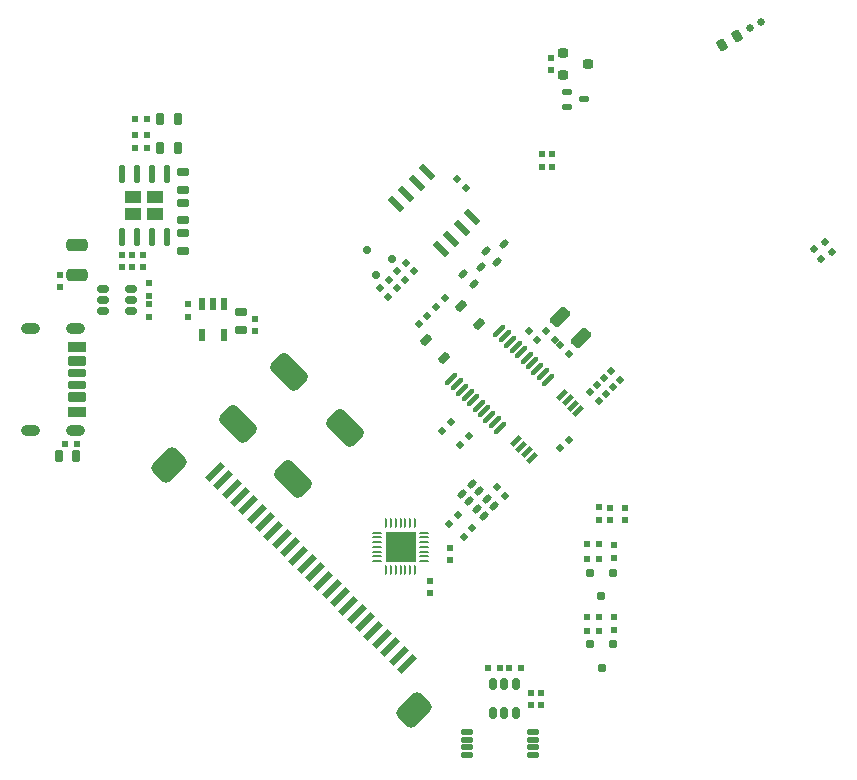
<source format=gtp>
G04*
G04 #@! TF.GenerationSoftware,Altium Limited,CircuitStudio,1.5.2 (30)*
G04*
G04 Layer_Color=7318015*
%FSLAX25Y25*%
%MOIN*%
G70*
G01*
G75*
%ADD68C,0.03543*%
%ADD69R,0.05709X0.03937*%
G04:AMPARAMS|DCode=70|XSize=40.95mil|YSize=17.32mil|CornerRadius=4.23mil|HoleSize=0mil|Usage=FLASHONLY|Rotation=0.000|XOffset=0mil|YOffset=0mil|HoleType=Round|Shape=RoundedRectangle|*
%AMROUNDEDRECTD70*
21,1,0.04095,0.00886,0,0,0.0*
21,1,0.03248,0.01732,0,0,0.0*
1,1,0.00846,0.01624,-0.00443*
1,1,0.00846,-0.01624,-0.00443*
1,1,0.00846,-0.01624,0.00443*
1,1,0.00846,0.01624,0.00443*
%
%ADD70ROUNDEDRECTD70*%
G04:AMPARAMS|DCode=71|XSize=40.95mil|YSize=17.32mil|CornerRadius=4.23mil|HoleSize=0mil|Usage=FLASHONLY|Rotation=225.000|XOffset=0mil|YOffset=0mil|HoleType=Round|Shape=RoundedRectangle|*
%AMROUNDEDRECTD71*
21,1,0.04095,0.00886,0,0,225.0*
21,1,0.03248,0.01732,0,0,225.0*
1,1,0.00846,-0.01462,-0.00835*
1,1,0.00846,0.00835,0.01462*
1,1,0.00846,0.01462,0.00835*
1,1,0.00846,-0.00835,-0.01462*
%
%ADD71ROUNDEDRECTD71*%
G04:AMPARAMS|DCode=72|XSize=42.91mil|YSize=23.23mil|CornerRadius=5.71mil|HoleSize=0mil|Usage=FLASHONLY|Rotation=270.000|XOffset=0mil|YOffset=0mil|HoleType=Round|Shape=RoundedRectangle|*
%AMROUNDEDRECTD72*
21,1,0.04291,0.01181,0,0,270.0*
21,1,0.03150,0.02323,0,0,270.0*
1,1,0.01142,-0.00591,-0.01575*
1,1,0.01142,-0.00591,0.01575*
1,1,0.01142,0.00591,0.01575*
1,1,0.01142,0.00591,-0.01575*
%
%ADD72ROUNDEDRECTD72*%
G04:AMPARAMS|DCode=73|XSize=38.98mil|YSize=27.17mil|CornerRadius=6.69mil|HoleSize=0mil|Usage=FLASHONLY|Rotation=90.000|XOffset=0mil|YOffset=0mil|HoleType=Round|Shape=RoundedRectangle|*
%AMROUNDEDRECTD73*
21,1,0.03898,0.01378,0,0,90.0*
21,1,0.02559,0.02717,0,0,90.0*
1,1,0.01339,0.00689,0.01280*
1,1,0.01339,0.00689,-0.01280*
1,1,0.01339,-0.00689,-0.01280*
1,1,0.01339,-0.00689,0.01280*
%
%ADD73ROUNDEDRECTD73*%
G04:AMPARAMS|DCode=74|XSize=38.98mil|YSize=27.17mil|CornerRadius=6.69mil|HoleSize=0mil|Usage=FLASHONLY|Rotation=0.000|XOffset=0mil|YOffset=0mil|HoleType=Round|Shape=RoundedRectangle|*
%AMROUNDEDRECTD74*
21,1,0.03898,0.01378,0,0,0.0*
21,1,0.02559,0.02717,0,0,0.0*
1,1,0.01339,0.01280,-0.00689*
1,1,0.01339,-0.01280,-0.00689*
1,1,0.01339,-0.01280,0.00689*
1,1,0.01339,0.01280,0.00689*
%
%ADD74ROUNDEDRECTD74*%
G04:AMPARAMS|DCode=75|XSize=60.63mil|YSize=23.23mil|CornerRadius=5.71mil|HoleSize=0mil|Usage=FLASHONLY|Rotation=90.000|XOffset=0mil|YOffset=0mil|HoleType=Round|Shape=RoundedRectangle|*
%AMROUNDEDRECTD75*
21,1,0.06063,0.01181,0,0,90.0*
21,1,0.04921,0.02323,0,0,90.0*
1,1,0.01142,0.00591,0.02461*
1,1,0.01142,0.00591,-0.02461*
1,1,0.01142,-0.00591,-0.02461*
1,1,0.01142,-0.00591,0.02461*
%
%ADD75ROUNDEDRECTD75*%
G04:AMPARAMS|DCode=76|XSize=82.28mil|YSize=109.84mil|CornerRadius=20.47mil|HoleSize=0mil|Usage=FLASHONLY|Rotation=315.000|XOffset=0mil|YOffset=0mil|HoleType=Round|Shape=RoundedRectangle|*
%AMROUNDEDRECTD76*
21,1,0.08228,0.06890,0,0,315.0*
21,1,0.04134,0.10984,0,0,315.0*
1,1,0.04095,-0.00974,-0.03897*
1,1,0.04095,-0.03897,-0.00974*
1,1,0.04095,0.00974,0.03897*
1,1,0.04095,0.03897,0.00974*
%
%ADD76ROUNDEDRECTD76*%
G04:AMPARAMS|DCode=77|XSize=23.23mil|YSize=74.41mil|CornerRadius=5.71mil|HoleSize=0mil|Usage=FLASHONLY|Rotation=135.000|XOffset=0mil|YOffset=0mil|HoleType=Round|Shape=RoundedRectangle|*
%AMROUNDEDRECTD77*
21,1,0.02323,0.06299,0,0,135.0*
21,1,0.01181,0.07441,0,0,135.0*
1,1,0.01142,0.01810,0.02645*
1,1,0.01142,0.02645,0.01810*
1,1,0.01142,-0.01810,-0.02645*
1,1,0.01142,-0.02645,-0.01810*
%
%ADD77ROUNDEDRECTD77*%
G04:AMPARAMS|DCode=78|XSize=23.23mil|YSize=23.23mil|CornerRadius=5.71mil|HoleSize=0mil|Usage=FLASHONLY|Rotation=90.000|XOffset=0mil|YOffset=0mil|HoleType=Round|Shape=RoundedRectangle|*
%AMROUNDEDRECTD78*
21,1,0.02323,0.01181,0,0,90.0*
21,1,0.01181,0.02323,0,0,90.0*
1,1,0.01142,0.00591,0.00591*
1,1,0.01142,0.00591,-0.00591*
1,1,0.01142,-0.00591,-0.00591*
1,1,0.01142,-0.00591,0.00591*
%
%ADD78ROUNDEDRECTD78*%
G04:AMPARAMS|DCode=79|XSize=78.35mil|YSize=124.41mil|CornerRadius=19.49mil|HoleSize=0mil|Usage=FLASHONLY|Rotation=225.000|XOffset=0mil|YOffset=0mil|HoleType=Round|Shape=RoundedRectangle|*
%AMROUNDEDRECTD79*
21,1,0.07835,0.08543,0,0,225.0*
21,1,0.03937,0.12441,0,0,225.0*
1,1,0.03898,-0.04413,0.01629*
1,1,0.03898,-0.01629,0.04413*
1,1,0.03898,0.04413,-0.01629*
1,1,0.03898,0.01629,-0.04413*
%
%ADD79ROUNDEDRECTD79*%
G04:AMPARAMS|DCode=80|XSize=23.23mil|YSize=23.23mil|CornerRadius=5.71mil|HoleSize=0mil|Usage=FLASHONLY|Rotation=135.000|XOffset=0mil|YOffset=0mil|HoleType=Round|Shape=RoundedRectangle|*
%AMROUNDEDRECTD80*
21,1,0.02323,0.01181,0,0,135.0*
21,1,0.01181,0.02323,0,0,135.0*
1,1,0.01142,0.00000,0.00835*
1,1,0.01142,0.00835,0.00000*
1,1,0.01142,0.00000,-0.00835*
1,1,0.01142,-0.00835,0.00000*
%
%ADD80ROUNDEDRECTD80*%
G04:AMPARAMS|DCode=81|XSize=38.98mil|YSize=70.47mil|CornerRadius=9.65mil|HoleSize=0mil|Usage=FLASHONLY|Rotation=135.000|XOffset=0mil|YOffset=0mil|HoleType=Round|Shape=RoundedRectangle|*
%AMROUNDEDRECTD81*
21,1,0.03898,0.05118,0,0,135.0*
21,1,0.01969,0.07047,0,0,135.0*
1,1,0.01929,0.01114,0.02506*
1,1,0.01929,0.02506,0.01114*
1,1,0.01929,-0.01114,-0.02506*
1,1,0.01929,-0.02506,-0.01114*
%
%ADD81ROUNDEDRECTD81*%
G04:AMPARAMS|DCode=82|XSize=23.23mil|YSize=23.23mil|CornerRadius=5.71mil|HoleSize=0mil|Usage=FLASHONLY|Rotation=45.000|XOffset=0mil|YOffset=0mil|HoleType=Round|Shape=RoundedRectangle|*
%AMROUNDEDRECTD82*
21,1,0.02323,0.01181,0,0,45.0*
21,1,0.01181,0.02323,0,0,45.0*
1,1,0.01142,0.00835,0.00000*
1,1,0.01142,0.00000,-0.00835*
1,1,0.01142,-0.00835,0.00000*
1,1,0.01142,0.00000,0.00835*
%
%ADD82ROUNDEDRECTD82*%
G04:AMPARAMS|DCode=83|XSize=40.95mil|YSize=25.2mil|CornerRadius=6.2mil|HoleSize=0mil|Usage=FLASHONLY|Rotation=45.000|XOffset=0mil|YOffset=0mil|HoleType=Round|Shape=RoundedRectangle|*
%AMROUNDEDRECTD83*
21,1,0.04095,0.01280,0,0,45.0*
21,1,0.02854,0.02520,0,0,45.0*
1,1,0.01240,0.01462,0.00557*
1,1,0.01240,-0.00557,-0.01462*
1,1,0.01240,-0.01462,-0.00557*
1,1,0.01240,0.00557,0.01462*
%
%ADD83ROUNDEDRECTD83*%
G04:AMPARAMS|DCode=84|XSize=52.76mil|YSize=15.35mil|CornerRadius=3.74mil|HoleSize=0mil|Usage=FLASHONLY|Rotation=225.000|XOffset=0mil|YOffset=0mil|HoleType=Round|Shape=RoundedRectangle|*
%AMROUNDEDRECTD84*
21,1,0.05276,0.00787,0,0,225.0*
21,1,0.04528,0.01535,0,0,225.0*
1,1,0.00748,-0.01879,-0.01322*
1,1,0.00748,0.01322,0.01879*
1,1,0.00748,0.01879,0.01322*
1,1,0.00748,-0.01322,-0.01879*
%
%ADD84ROUNDEDRECTD84*%
G04:AMPARAMS|DCode=85|XSize=32.28mil|YSize=20.08mil|CornerRadius=4.92mil|HoleSize=0mil|Usage=FLASHONLY|Rotation=0.000|XOffset=0mil|YOffset=0mil|HoleType=Round|Shape=RoundedRectangle|*
%AMROUNDEDRECTD85*
21,1,0.03228,0.01024,0,0,0.0*
21,1,0.02244,0.02008,0,0,0.0*
1,1,0.00984,0.01122,-0.00512*
1,1,0.00984,-0.01122,-0.00512*
1,1,0.00984,-0.01122,0.00512*
1,1,0.00984,0.01122,0.00512*
%
%ADD85ROUNDEDRECTD85*%
G04:AMPARAMS|DCode=86|XSize=29.13mil|YSize=38.98mil|CornerRadius=7.19mil|HoleSize=0mil|Usage=FLASHONLY|Rotation=30.000|XOffset=0mil|YOffset=0mil|HoleType=Round|Shape=RoundedRectangle|*
%AMROUNDEDRECTD86*
21,1,0.02913,0.02461,0,0,30.0*
21,1,0.01476,0.03898,0,0,30.0*
1,1,0.01437,0.01254,-0.00696*
1,1,0.01437,-0.00024,-0.01435*
1,1,0.01437,-0.01254,0.00696*
1,1,0.01437,0.00024,0.01435*
%
%ADD86ROUNDEDRECTD86*%
G04:AMPARAMS|DCode=87|XSize=23.23mil|YSize=23.23mil|CornerRadius=5.71mil|HoleSize=0mil|Usage=FLASHONLY|Rotation=210.000|XOffset=0mil|YOffset=0mil|HoleType=Round|Shape=RoundedRectangle|*
%AMROUNDEDRECTD87*
21,1,0.02323,0.01181,0,0,210.0*
21,1,0.01181,0.02323,0,0,210.0*
1,1,0.01142,-0.00807,0.00216*
1,1,0.01142,0.00216,0.00807*
1,1,0.01142,0.00807,-0.00216*
1,1,0.01142,-0.00216,-0.00807*
%
%ADD87ROUNDEDRECTD87*%
G04:AMPARAMS|DCode=88|XSize=23.23mil|YSize=23.23mil|CornerRadius=5.71mil|HoleSize=0mil|Usage=FLASHONLY|Rotation=180.000|XOffset=0mil|YOffset=0mil|HoleType=Round|Shape=RoundedRectangle|*
%AMROUNDEDRECTD88*
21,1,0.02323,0.01181,0,0,180.0*
21,1,0.01181,0.02323,0,0,180.0*
1,1,0.01142,-0.00591,0.00591*
1,1,0.01142,0.00591,0.00591*
1,1,0.01142,0.00591,-0.00591*
1,1,0.01142,-0.00591,-0.00591*
%
%ADD88ROUNDEDRECTD88*%
G04:AMPARAMS|DCode=89|XSize=35.04mil|YSize=31.1mil|CornerRadius=7.68mil|HoleSize=0mil|Usage=FLASHONLY|Rotation=0.000|XOffset=0mil|YOffset=0mil|HoleType=Round|Shape=RoundedRectangle|*
%AMROUNDEDRECTD89*
21,1,0.03504,0.01575,0,0,0.0*
21,1,0.01969,0.03110,0,0,0.0*
1,1,0.01535,0.00984,-0.00787*
1,1,0.01535,-0.00984,-0.00787*
1,1,0.01535,-0.00984,0.00787*
1,1,0.01535,0.00984,0.00787*
%
%ADD89ROUNDEDRECTD89*%
G04:AMPARAMS|DCode=90|XSize=23.23mil|YSize=23.23mil|CornerRadius=5.71mil|HoleSize=0mil|Usage=FLASHONLY|Rotation=305.500|XOffset=0mil|YOffset=0mil|HoleType=Round|Shape=RoundedRectangle|*
%AMROUNDEDRECTD90*
21,1,0.02323,0.01181,0,0,305.5*
21,1,0.01181,0.02323,0,0,305.5*
1,1,0.01142,-0.00138,-0.00824*
1,1,0.01142,-0.00824,0.00138*
1,1,0.01142,0.00138,0.00824*
1,1,0.01142,0.00824,-0.00138*
%
%ADD90ROUNDEDRECTD90*%
G04:AMPARAMS|DCode=91|XSize=27.17mil|YSize=27.17mil|CornerRadius=6.69mil|HoleSize=0mil|Usage=FLASHONLY|Rotation=270.000|XOffset=0mil|YOffset=0mil|HoleType=Round|Shape=RoundedRectangle|*
%AMROUNDEDRECTD91*
21,1,0.02717,0.01378,0,0,270.0*
21,1,0.01378,0.02717,0,0,270.0*
1,1,0.01339,-0.00689,-0.00689*
1,1,0.01339,-0.00689,0.00689*
1,1,0.01339,0.00689,0.00689*
1,1,0.01339,0.00689,-0.00689*
%
%ADD91ROUNDEDRECTD91*%
G04:AMPARAMS|DCode=92|XSize=31.1mil|YSize=19.29mil|CornerRadius=4.72mil|HoleSize=0mil|Usage=FLASHONLY|Rotation=225.000|XOffset=0mil|YOffset=0mil|HoleType=Round|Shape=RoundedRectangle|*
%AMROUNDEDRECTD92*
21,1,0.03110,0.00984,0,0,225.0*
21,1,0.02165,0.01929,0,0,225.0*
1,1,0.00945,-0.01114,-0.00418*
1,1,0.00945,0.00418,0.01114*
1,1,0.00945,0.01114,0.00418*
1,1,0.00945,-0.00418,-0.01114*
%
%ADD92ROUNDEDRECTD92*%
%ADD93C,0.00000*%
G04:AMPARAMS|DCode=94|XSize=27.17mil|YSize=27.17mil|CornerRadius=6.69mil|HoleSize=0mil|Usage=FLASHONLY|Rotation=135.000|XOffset=0mil|YOffset=0mil|HoleType=Round|Shape=RoundedRectangle|*
%AMROUNDEDRECTD94*
21,1,0.02717,0.01378,0,0,135.0*
21,1,0.01378,0.02717,0,0,135.0*
1,1,0.01339,0.00000,0.00974*
1,1,0.01339,0.00974,0.00000*
1,1,0.01339,0.00000,-0.00974*
1,1,0.01339,-0.00974,0.00000*
%
%ADD94ROUNDEDRECTD94*%
G04:AMPARAMS|DCode=95|XSize=32.28mil|YSize=20.08mil|CornerRadius=4.92mil|HoleSize=0mil|Usage=FLASHONLY|Rotation=45.000|XOffset=0mil|YOffset=0mil|HoleType=Round|Shape=RoundedRectangle|*
%AMROUNDEDRECTD95*
21,1,0.03228,0.01024,0,0,45.0*
21,1,0.02244,0.02008,0,0,45.0*
1,1,0.00984,0.01155,0.00432*
1,1,0.00984,-0.00432,-0.01155*
1,1,0.00984,-0.01155,-0.00432*
1,1,0.00984,0.00432,0.01155*
%
%ADD95ROUNDEDRECTD95*%
G04:AMPARAMS|DCode=96|XSize=29.13mil|YSize=38.98mil|CornerRadius=7.19mil|HoleSize=0mil|Usage=FLASHONLY|Rotation=180.000|XOffset=0mil|YOffset=0mil|HoleType=Round|Shape=RoundedRectangle|*
%AMROUNDEDRECTD96*
21,1,0.02913,0.02461,0,0,180.0*
21,1,0.01476,0.03898,0,0,180.0*
1,1,0.01437,-0.00738,0.01230*
1,1,0.01437,0.00738,0.01230*
1,1,0.01437,0.00738,-0.01230*
1,1,0.01437,-0.00738,-0.01230*
%
%ADD96ROUNDEDRECTD96*%
G04:AMPARAMS|DCode=97|XSize=29.13mil|YSize=38.98mil|CornerRadius=7.19mil|HoleSize=0mil|Usage=FLASHONLY|Rotation=270.000|XOffset=0mil|YOffset=0mil|HoleType=Round|Shape=RoundedRectangle|*
%AMROUNDEDRECTD97*
21,1,0.02913,0.02461,0,0,270.0*
21,1,0.01476,0.03898,0,0,270.0*
1,1,0.01437,-0.01230,-0.00738*
1,1,0.01437,-0.01230,0.00738*
1,1,0.01437,0.01230,0.00738*
1,1,0.01437,0.01230,-0.00738*
%
%ADD97ROUNDEDRECTD97*%
G04:AMPARAMS|DCode=98|XSize=60.63mil|YSize=23.23mil|CornerRadius=5.71mil|HoleSize=0mil|Usage=FLASHONLY|Rotation=315.000|XOffset=0mil|YOffset=0mil|HoleType=Round|Shape=RoundedRectangle|*
%AMROUNDEDRECTD98*
21,1,0.06063,0.01181,0,0,315.0*
21,1,0.04921,0.02323,0,0,315.0*
1,1,0.01142,0.01322,-0.02158*
1,1,0.01142,-0.02158,0.01322*
1,1,0.01142,-0.01322,0.02158*
1,1,0.01142,0.02158,-0.01322*
%
%ADD98ROUNDEDRECTD98*%
G04:AMPARAMS|DCode=99|XSize=40.95mil|YSize=70.47mil|CornerRadius=10.14mil|HoleSize=0mil|Usage=FLASHONLY|Rotation=90.000|XOffset=0mil|YOffset=0mil|HoleType=Round|Shape=RoundedRectangle|*
%AMROUNDEDRECTD99*
21,1,0.04095,0.05020,0,0,90.0*
21,1,0.02067,0.07047,0,0,90.0*
1,1,0.02028,0.02510,0.01034*
1,1,0.02028,0.02510,-0.01034*
1,1,0.02028,-0.02510,-0.01034*
1,1,0.02028,-0.02510,0.01034*
%
%ADD99ROUNDEDRECTD99*%
G04:AMPARAMS|DCode=100|XSize=27.17mil|YSize=62.6mil|CornerRadius=6.69mil|HoleSize=0mil|Usage=FLASHONLY|Rotation=90.000|XOffset=0mil|YOffset=0mil|HoleType=Round|Shape=RoundedRectangle|*
%AMROUNDEDRECTD100*
21,1,0.02717,0.04921,0,0,90.0*
21,1,0.01378,0.06260,0,0,90.0*
1,1,0.01339,0.02461,0.00689*
1,1,0.01339,0.02461,-0.00689*
1,1,0.01339,-0.02461,-0.00689*
1,1,0.01339,-0.02461,0.00689*
%
%ADD100ROUNDEDRECTD100*%
G04:AMPARAMS|DCode=101|XSize=31.1mil|YSize=62.6mil|CornerRadius=7.68mil|HoleSize=0mil|Usage=FLASHONLY|Rotation=90.000|XOffset=0mil|YOffset=0mil|HoleType=Round|Shape=RoundedRectangle|*
%AMROUNDEDRECTD101*
21,1,0.03110,0.04724,0,0,90.0*
21,1,0.01575,0.06260,0,0,90.0*
1,1,0.01535,0.02362,0.00787*
1,1,0.01535,0.02362,-0.00787*
1,1,0.01535,-0.02362,-0.00787*
1,1,0.01535,-0.02362,0.00787*
%
%ADD101ROUNDEDRECTD101*%
G04:AMPARAMS|DCode=102|XSize=35.04mil|YSize=62.6mil|CornerRadius=8.66mil|HoleSize=0mil|Usage=FLASHONLY|Rotation=270.000|XOffset=0mil|YOffset=0mil|HoleType=Round|Shape=RoundedRectangle|*
%AMROUNDEDRECTD102*
21,1,0.03504,0.04528,0,0,270.0*
21,1,0.01772,0.06260,0,0,270.0*
1,1,0.01732,-0.02264,-0.00886*
1,1,0.01732,-0.02264,0.00886*
1,1,0.01732,0.02264,0.00886*
1,1,0.01732,0.02264,-0.00886*
%
%ADD102ROUNDEDRECTD102*%
G04:AMPARAMS|DCode=103|XSize=7.48mil|YSize=33.07mil|CornerRadius=1.77mil|HoleSize=0mil|Usage=FLASHONLY|Rotation=90.000|XOffset=0mil|YOffset=0mil|HoleType=Round|Shape=RoundedRectangle|*
%AMROUNDEDRECTD103*
21,1,0.00748,0.02953,0,0,90.0*
21,1,0.00394,0.03307,0,0,90.0*
1,1,0.00354,0.01476,0.00197*
1,1,0.00354,0.01476,-0.00197*
1,1,0.00354,-0.01476,-0.00197*
1,1,0.00354,-0.01476,0.00197*
%
%ADD103ROUNDEDRECTD103*%
G04:AMPARAMS|DCode=104|XSize=7.48mil|YSize=33.07mil|CornerRadius=1.77mil|HoleSize=0mil|Usage=FLASHONLY|Rotation=0.000|XOffset=0mil|YOffset=0mil|HoleType=Round|Shape=RoundedRectangle|*
%AMROUNDEDRECTD104*
21,1,0.00748,0.02953,0,0,0.0*
21,1,0.00394,0.03307,0,0,0.0*
1,1,0.00354,0.00197,-0.01476*
1,1,0.00354,-0.00197,-0.01476*
1,1,0.00354,-0.00197,0.01476*
1,1,0.00354,0.00197,0.01476*
%
%ADD104ROUNDEDRECTD104*%
%ADD105R,0.10394X0.10394*%
D68*
X-158031Y-17008D02*
X-155276D01*
X-158031Y17008D02*
X-155276D01*
X-143071D02*
X-140315D01*
X-143071Y-17008D02*
X-140315D01*
D69*
X-122224Y60606D02*
D03*
X-114941Y60606D02*
D03*
Y55094D02*
D03*
X-122224Y55094D02*
D03*
D70*
X-10925Y-117661D02*
D03*
Y-120220D02*
D03*
Y-122780D02*
D03*
Y-125339D02*
D03*
X10925D02*
D03*
Y-122780D02*
D03*
Y-120220D02*
D03*
Y-117661D02*
D03*
D71*
X10737Y-26188D02*
D03*
X8928Y-24378D02*
D03*
X7118Y-22569D02*
D03*
X5308Y-20759D02*
D03*
X20759Y-5308D02*
D03*
X22569Y-7118D02*
D03*
X24378Y-8928D02*
D03*
X26188Y-10737D02*
D03*
D72*
X-91862Y14713D02*
D03*
X-99343D02*
D03*
Y24949D02*
D03*
X-95602D02*
D03*
X-91862D02*
D03*
D73*
X1500Y-101776D02*
D03*
X-2240D02*
D03*
X5240D02*
D03*
Y-111224D02*
D03*
X1500D02*
D03*
X-2240D02*
D03*
D74*
X-132283Y30118D02*
D03*
Y26378D02*
D03*
Y22638D02*
D03*
X-122835D02*
D03*
Y30118D02*
D03*
Y26378D02*
D03*
D75*
X-126083Y68480D02*
D03*
X-121083D02*
D03*
X-116083D02*
D03*
X-111083D02*
D03*
Y47221D02*
D03*
X-116083D02*
D03*
X-121083D02*
D03*
X-126083D02*
D03*
D76*
X-28750Y-110318D02*
D03*
X-110318Y-28750D02*
D03*
D77*
X-30977Y-95007D02*
D03*
X-33761Y-92223D02*
D03*
X-36545Y-89439D02*
D03*
X-39329Y-86655D02*
D03*
X-42113Y-83871D02*
D03*
X-44897Y-81087D02*
D03*
X-47681Y-78303D02*
D03*
X-50465Y-75520D02*
D03*
X-53249Y-72736D02*
D03*
X-56032Y-69952D02*
D03*
X-58816Y-67168D02*
D03*
X-61600Y-64384D02*
D03*
X-64384Y-61600D02*
D03*
X-67168Y-58816D02*
D03*
X-69952Y-56032D02*
D03*
X-72736Y-53249D02*
D03*
X-75520Y-50465D02*
D03*
X-78303Y-47681D02*
D03*
X-81087Y-44897D02*
D03*
X-83871Y-42113D02*
D03*
X-86655Y-39329D02*
D03*
X-89439Y-36545D02*
D03*
X-92223Y-33761D02*
D03*
X-95007Y-30977D02*
D03*
D78*
X-16535Y-60335D02*
D03*
Y-56201D02*
D03*
X-23228Y-71358D02*
D03*
Y-67224D02*
D03*
X16929Y107185D02*
D03*
Y103051D02*
D03*
X33096Y-46908D02*
D03*
Y-42774D02*
D03*
X41732Y-46949D02*
D03*
Y-42815D02*
D03*
X36614D02*
D03*
Y-46949D02*
D03*
X38189Y-59547D02*
D03*
Y-55413D02*
D03*
Y-83563D02*
D03*
Y-79429D02*
D03*
X-103937Y20768D02*
D03*
Y24902D02*
D03*
X-81496Y20177D02*
D03*
Y16043D02*
D03*
X-116929Y24902D02*
D03*
Y20768D02*
D03*
Y27854D02*
D03*
Y31988D02*
D03*
X-126083Y37284D02*
D03*
Y41417D02*
D03*
X-122583Y37284D02*
D03*
Y41417D02*
D03*
X-119083Y37284D02*
D03*
Y41417D02*
D03*
X10236Y-108760D02*
D03*
Y-104626D02*
D03*
X13780Y-108760D02*
D03*
Y-104626D02*
D03*
X-146457Y30610D02*
D03*
Y34744D02*
D03*
X17323Y74902D02*
D03*
Y70768D02*
D03*
X14067Y70740D02*
D03*
Y74874D02*
D03*
D79*
X-87370Y-14929D02*
D03*
X-70110Y2331D02*
D03*
X-68866Y-33433D02*
D03*
X-51606Y-16173D02*
D03*
D80*
X32958Y-7367D02*
D03*
X30035Y-4444D02*
D03*
X40044Y-280D02*
D03*
X37121Y2643D02*
D03*
X37682Y-2643D02*
D03*
X34759Y280D02*
D03*
X20192Y11304D02*
D03*
X23115Y8381D02*
D03*
X18391Y13105D02*
D03*
X15468Y16028D02*
D03*
X35320Y-5005D02*
D03*
X32397Y-2082D02*
D03*
X9562Y16028D02*
D03*
X12485Y13105D02*
D03*
X-1068Y-35940D02*
D03*
X1855Y-38863D02*
D03*
X-14219Y66737D02*
D03*
X-11296Y63814D02*
D03*
D81*
X20142Y20803D02*
D03*
X27102Y13843D02*
D03*
D82*
X-27052Y18224D02*
D03*
X-24129Y21147D02*
D03*
X-10350Y-19011D02*
D03*
X-13273Y-21934D02*
D03*
X-16255Y-14287D02*
D03*
X-19178Y-17210D02*
D03*
X-21147Y24129D02*
D03*
X-18224Y27052D02*
D03*
X23115Y-20192D02*
D03*
X20192Y-23115D02*
D03*
X-9168Y-49720D02*
D03*
X-12092Y-52643D02*
D03*
X-16816Y-48312D02*
D03*
X-13893Y-45389D02*
D03*
X-34333Y35876D02*
D03*
X-31410Y38799D02*
D03*
X-28582Y35970D02*
D03*
X-31505Y33047D02*
D03*
X-34239Y30314D02*
D03*
X-37162Y27391D02*
D03*
X-37067Y33142D02*
D03*
X-39990Y30219D02*
D03*
D83*
X-18532Y6979D02*
D03*
X-6979Y18532D02*
D03*
X-12964Y24517D02*
D03*
X-24517Y12964D02*
D03*
D84*
X16147Y-139D02*
D03*
X14337Y1670D02*
D03*
X12528Y3480D02*
D03*
X10718Y5289D02*
D03*
X8908Y7099D02*
D03*
X7099Y8908D02*
D03*
X5289Y10718D02*
D03*
X3480Y12528D02*
D03*
X1670Y14337D02*
D03*
X-139Y16147D02*
D03*
X-16147Y139D02*
D03*
X-14337Y-1670D02*
D03*
X-12528Y-3480D02*
D03*
X-10718Y-5289D02*
D03*
X-8908Y-7099D02*
D03*
X-7099Y-8908D02*
D03*
X-5289Y-10718D02*
D03*
X-3480Y-12528D02*
D03*
X-1670Y-14337D02*
D03*
X139Y-16147D02*
D03*
D85*
X22303Y90748D02*
D03*
Y95866D02*
D03*
X28091Y93308D02*
D03*
D86*
X74069Y111276D02*
D03*
X79183Y114228D02*
D03*
D87*
X87010Y118990D02*
D03*
X83430Y116923D02*
D03*
D88*
X33169Y-55118D02*
D03*
X29035D02*
D03*
X33169Y-79134D02*
D03*
X29035Y-79134D02*
D03*
X33203Y-59821D02*
D03*
X29069D02*
D03*
X33169Y-83858D02*
D03*
X29035Y-83858D02*
D03*
X-140847Y-21654D02*
D03*
X-144980D02*
D03*
X-4035Y-96457D02*
D03*
X98D02*
D03*
X-117618Y77165D02*
D03*
X-121752D02*
D03*
Y81496D02*
D03*
X-117618D02*
D03*
X-121752Y86614D02*
D03*
X-117618D02*
D03*
X7185Y-96457D02*
D03*
X3051D02*
D03*
D89*
X21063Y101378D02*
D03*
X21063Y108858D02*
D03*
X29331Y105119D02*
D03*
D90*
X104709Y43427D02*
D03*
X107110Y40061D02*
D03*
X108469Y45797D02*
D03*
X110870Y42431D02*
D03*
D91*
X33859Y-72441D02*
D03*
X37598Y-64567D02*
D03*
X30118D02*
D03*
X33956Y-96246D02*
D03*
X37695Y-88372D02*
D03*
X30215D02*
D03*
D92*
X-1780Y-42319D02*
D03*
X-4285Y-39814D02*
D03*
X-6791Y-37308D02*
D03*
X-9296Y-34803D02*
D03*
X-12637Y-38143D02*
D03*
X-10131Y-40649D02*
D03*
X-7626Y-43154D02*
D03*
X-5120Y-45660D02*
D03*
D93*
X-23622Y30709D02*
D03*
X-9843Y43701D02*
D03*
X-48819Y33465D02*
D03*
X7087Y37008D02*
D03*
X-29528Y74410D02*
D03*
X-87795Y11417D02*
D03*
X-38976Y50787D02*
D03*
X-40157Y64961D02*
D03*
X-7087Y-100000D02*
D03*
X-89764Y39370D02*
D03*
X16535Y-119291D02*
D03*
X-9055Y-110630D02*
D03*
X-102362Y74016D02*
D03*
X-111083Y39850D02*
D03*
D94*
X-44142Y42949D02*
D03*
X-41218Y34737D02*
D03*
X-35928Y40027D02*
D03*
D95*
X-8510Y31561D02*
D03*
X-12129Y35180D02*
D03*
X-6228Y37463D02*
D03*
X-1024Y39058D02*
D03*
X-4643Y42677D02*
D03*
X1258Y44960D02*
D03*
D96*
X-141142Y-25591D02*
D03*
X-147047D02*
D03*
X-107283Y77165D02*
D03*
X-113189D02*
D03*
X-107283Y86614D02*
D03*
X-113189D02*
D03*
D97*
X-86221Y16339D02*
D03*
Y22244D02*
D03*
X-105512Y69095D02*
D03*
X-105512Y63189D02*
D03*
Y52953D02*
D03*
Y58858D02*
D03*
Y42717D02*
D03*
Y48622D02*
D03*
D98*
X-9130Y53870D02*
D03*
X-12665Y50335D02*
D03*
X-16201Y46799D02*
D03*
X-19737Y43264D02*
D03*
X-34769Y58296D02*
D03*
X-31234Y61832D02*
D03*
X-27698Y65368D02*
D03*
X-24163Y68903D02*
D03*
D99*
X-140945Y34744D02*
D03*
Y44783D02*
D03*
D100*
X-140984Y-1969D02*
D03*
Y1969D02*
D03*
D101*
Y-5984D02*
D03*
Y5984D02*
D03*
D102*
Y10827D02*
D03*
Y-10827D02*
D03*
D103*
X-40846Y-51181D02*
D03*
X-25295D02*
D03*
Y-52756D02*
D03*
Y-54331D02*
D03*
Y-55905D02*
D03*
Y-57480D02*
D03*
Y-59055D02*
D03*
Y-60630D02*
D03*
X-40846D02*
D03*
Y-59055D02*
D03*
Y-57480D02*
D03*
Y-55905D02*
D03*
Y-54331D02*
D03*
Y-52756D02*
D03*
D104*
X-37795Y-48130D02*
D03*
X-36220D02*
D03*
X-34646D02*
D03*
X-33071D02*
D03*
X-31496D02*
D03*
X-29921D02*
D03*
X-28346D02*
D03*
Y-63681D02*
D03*
X-29921D02*
D03*
X-31496D02*
D03*
X-33071D02*
D03*
X-34646D02*
D03*
X-36220D02*
D03*
X-37795D02*
D03*
D105*
X-33071Y-55905D02*
D03*
M02*

</source>
